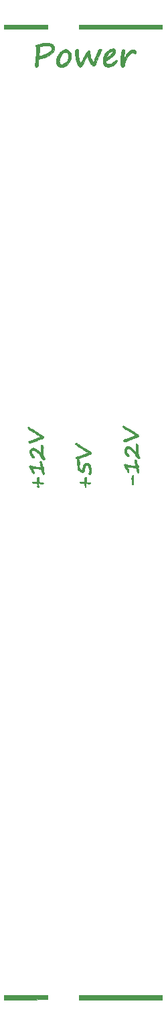
<source format=gbr>
G04 #@! TF.GenerationSoftware,KiCad,Pcbnew,(5.1.10)-1*
G04 #@! TF.CreationDate,2021-09-05T06:08:46+02:00*
G04 #@! TF.ProjectId,Power Module Front,506f7765-7220-44d6-9f64-756c65204672,rev?*
G04 #@! TF.SameCoordinates,Original*
G04 #@! TF.FileFunction,Legend,Top*
G04 #@! TF.FilePolarity,Positive*
%FSLAX46Y46*%
G04 Gerber Fmt 4.6, Leading zero omitted, Abs format (unit mm)*
G04 Created by KiCad (PCBNEW (5.1.10)-1) date 2021-09-05 06:08:46*
%MOMM*%
%LPD*%
G01*
G04 APERTURE LIST*
%ADD10C,0.010000*%
G04 APERTURE END LIST*
D10*
G04 #@! TO.C,G\u002A\u002A\u002A*
G36*
X20018889Y-3290000D02*
G01*
X9492000Y-3290000D01*
X9492000Y-2753778D01*
X20018889Y-2753778D01*
X20018889Y-3290000D01*
G37*
X20018889Y-3290000D02*
X9492000Y-3290000D01*
X9492000Y-2753778D01*
X20018889Y-2753778D01*
X20018889Y-3290000D01*
G36*
X2768056Y-2760695D02*
G01*
X5526778Y-2767889D01*
X5526778Y-3275889D01*
X2768056Y-3283084D01*
X9334Y-3290278D01*
X9334Y-2753500D01*
X2768056Y-2760695D01*
G37*
X2768056Y-2760695D02*
X5526778Y-2767889D01*
X5526778Y-3275889D01*
X2768056Y-3283084D01*
X9334Y-3290278D01*
X9334Y-2753500D01*
X2768056Y-2760695D01*
G36*
X13856970Y-5781292D02*
G01*
X13925879Y-5805631D01*
X13951887Y-5821650D01*
X14031466Y-5889483D01*
X14077378Y-5966148D01*
X14091101Y-6061757D01*
X14074115Y-6186426D01*
X14028786Y-6347515D01*
X13991727Y-6451490D01*
X13951294Y-6530033D01*
X13894898Y-6601649D01*
X13809949Y-6684843D01*
X13781841Y-6710463D01*
X13687167Y-6788686D01*
X13559389Y-6884003D01*
X13414215Y-6985165D01*
X13267355Y-7080923D01*
X13245556Y-7094494D01*
X13093336Y-7190844D01*
X12985544Y-7266850D01*
X12917204Y-7329461D01*
X12883340Y-7385631D01*
X12878975Y-7442311D01*
X12899132Y-7506452D01*
X12919894Y-7549416D01*
X12977749Y-7636528D01*
X13050250Y-7689903D01*
X13149813Y-7714761D01*
X13288855Y-7716323D01*
X13313460Y-7714898D01*
X13429303Y-7701605D01*
X13535020Y-7674078D01*
X13641439Y-7626873D01*
X13759384Y-7554544D01*
X13899684Y-7451648D01*
X14008581Y-7365320D01*
X14121785Y-7278565D01*
X14201681Y-7230127D01*
X14254448Y-7217990D01*
X14286266Y-7240139D01*
X14298347Y-7270833D01*
X14295378Y-7363356D01*
X14248545Y-7471776D01*
X14165350Y-7588586D01*
X14053296Y-7706284D01*
X13919885Y-7817365D01*
X13772619Y-7914325D01*
X13618999Y-7989660D01*
X13557257Y-8012122D01*
X13395648Y-8061207D01*
X13271663Y-8089413D01*
X13171180Y-8098404D01*
X13080077Y-8089844D01*
X13018928Y-8075583D01*
X12865106Y-8014895D01*
X12728984Y-7927073D01*
X12626182Y-7823291D01*
X12593245Y-7771063D01*
X12537350Y-7638038D01*
X12507594Y-7501453D01*
X12502942Y-7347458D01*
X12522356Y-7162201D01*
X12539891Y-7058264D01*
X12561458Y-6949677D01*
X12935111Y-6949677D01*
X12955795Y-6942945D01*
X13011178Y-6908937D01*
X13091255Y-6854839D01*
X13186022Y-6787836D01*
X13285473Y-6715114D01*
X13379604Y-6643859D01*
X13458411Y-6581256D01*
X13508027Y-6538191D01*
X13595061Y-6444170D01*
X13667478Y-6344294D01*
X13717717Y-6251368D01*
X13738215Y-6178200D01*
X13735152Y-6153547D01*
X13709540Y-6122983D01*
X13655446Y-6115924D01*
X13606199Y-6120770D01*
X13464170Y-6165506D01*
X13326731Y-6255554D01*
X13208840Y-6380743D01*
X13194683Y-6400588D01*
X13155860Y-6465110D01*
X13106699Y-6557824D01*
X13053826Y-6664717D01*
X13003864Y-6771774D01*
X12963438Y-6864984D01*
X12939172Y-6930333D01*
X12935111Y-6949677D01*
X12561458Y-6949677D01*
X12569357Y-6909913D01*
X12599472Y-6796505D01*
X12638072Y-6697000D01*
X12692991Y-6590355D01*
X12751674Y-6489557D01*
X12903279Y-6266013D01*
X13068015Y-6084669D01*
X13092763Y-6061846D01*
X13195060Y-5973938D01*
X13280083Y-5915286D01*
X13369114Y-5873921D01*
X13483436Y-5837876D01*
X13498420Y-5833736D01*
X13654740Y-5795038D01*
X13770424Y-5777659D01*
X13856970Y-5781292D01*
G37*
X13856970Y-5781292D02*
X13925879Y-5805631D01*
X13951887Y-5821650D01*
X14031466Y-5889483D01*
X14077378Y-5966148D01*
X14091101Y-6061757D01*
X14074115Y-6186426D01*
X14028786Y-6347515D01*
X13991727Y-6451490D01*
X13951294Y-6530033D01*
X13894898Y-6601649D01*
X13809949Y-6684843D01*
X13781841Y-6710463D01*
X13687167Y-6788686D01*
X13559389Y-6884003D01*
X13414215Y-6985165D01*
X13267355Y-7080923D01*
X13245556Y-7094494D01*
X13093336Y-7190844D01*
X12985544Y-7266850D01*
X12917204Y-7329461D01*
X12883340Y-7385631D01*
X12878975Y-7442311D01*
X12899132Y-7506452D01*
X12919894Y-7549416D01*
X12977749Y-7636528D01*
X13050250Y-7689903D01*
X13149813Y-7714761D01*
X13288855Y-7716323D01*
X13313460Y-7714898D01*
X13429303Y-7701605D01*
X13535020Y-7674078D01*
X13641439Y-7626873D01*
X13759384Y-7554544D01*
X13899684Y-7451648D01*
X14008581Y-7365320D01*
X14121785Y-7278565D01*
X14201681Y-7230127D01*
X14254448Y-7217990D01*
X14286266Y-7240139D01*
X14298347Y-7270833D01*
X14295378Y-7363356D01*
X14248545Y-7471776D01*
X14165350Y-7588586D01*
X14053296Y-7706284D01*
X13919885Y-7817365D01*
X13772619Y-7914325D01*
X13618999Y-7989660D01*
X13557257Y-8012122D01*
X13395648Y-8061207D01*
X13271663Y-8089413D01*
X13171180Y-8098404D01*
X13080077Y-8089844D01*
X13018928Y-8075583D01*
X12865106Y-8014895D01*
X12728984Y-7927073D01*
X12626182Y-7823291D01*
X12593245Y-7771063D01*
X12537350Y-7638038D01*
X12507594Y-7501453D01*
X12502942Y-7347458D01*
X12522356Y-7162201D01*
X12539891Y-7058264D01*
X12561458Y-6949677D01*
X12935111Y-6949677D01*
X12955795Y-6942945D01*
X13011178Y-6908937D01*
X13091255Y-6854839D01*
X13186022Y-6787836D01*
X13285473Y-6715114D01*
X13379604Y-6643859D01*
X13458411Y-6581256D01*
X13508027Y-6538191D01*
X13595061Y-6444170D01*
X13667478Y-6344294D01*
X13717717Y-6251368D01*
X13738215Y-6178200D01*
X13735152Y-6153547D01*
X13709540Y-6122983D01*
X13655446Y-6115924D01*
X13606199Y-6120770D01*
X13464170Y-6165506D01*
X13326731Y-6255554D01*
X13208840Y-6380743D01*
X13194683Y-6400588D01*
X13155860Y-6465110D01*
X13106699Y-6557824D01*
X13053826Y-6664717D01*
X13003864Y-6771774D01*
X12963438Y-6864984D01*
X12939172Y-6930333D01*
X12935111Y-6949677D01*
X12561458Y-6949677D01*
X12569357Y-6909913D01*
X12599472Y-6796505D01*
X12638072Y-6697000D01*
X12692991Y-6590355D01*
X12751674Y-6489557D01*
X12903279Y-6266013D01*
X13068015Y-6084669D01*
X13092763Y-6061846D01*
X13195060Y-5973938D01*
X13280083Y-5915286D01*
X13369114Y-5873921D01*
X13483436Y-5837876D01*
X13498420Y-5833736D01*
X13654740Y-5795038D01*
X13770424Y-5777659D01*
X13856970Y-5781292D01*
G36*
X15197149Y-5902759D02*
G01*
X15251353Y-5936693D01*
X15273125Y-5977074D01*
X15272622Y-6046269D01*
X15270803Y-6064941D01*
X15255412Y-6171207D01*
X15232533Y-6285984D01*
X15226825Y-6309778D01*
X15190045Y-6477766D01*
X15161690Y-6649499D01*
X15144115Y-6807204D01*
X15139676Y-6933108D01*
X15140929Y-6957974D01*
X15150556Y-7084058D01*
X15281708Y-6859196D01*
X15404495Y-6662830D01*
X15546783Y-6458029D01*
X15693720Y-6265293D01*
X15818964Y-6117656D01*
X15916668Y-6031051D01*
X16041126Y-5963158D01*
X16116361Y-5933534D01*
X16253931Y-5891131D01*
X16358675Y-5880199D01*
X16446032Y-5902946D01*
X16531445Y-5961579D01*
X16571715Y-5998662D01*
X16663630Y-6110572D01*
X16699901Y-6214103D01*
X16680640Y-6309669D01*
X16663226Y-6338000D01*
X16595630Y-6401699D01*
X16518024Y-6413994D01*
X16425201Y-6374839D01*
X16370805Y-6335433D01*
X16256406Y-6243500D01*
X16112703Y-6319795D01*
X15971035Y-6406357D01*
X15850710Y-6508449D01*
X15736528Y-6640396D01*
X15660388Y-6746055D01*
X15475100Y-7055949D01*
X15342293Y-7366672D01*
X15263673Y-7674201D01*
X15261695Y-7686282D01*
X15238538Y-7819057D01*
X15216317Y-7910223D01*
X15189788Y-7974276D01*
X15153706Y-8025710D01*
X15129217Y-8052500D01*
X15041219Y-8122875D01*
X14961514Y-8139088D01*
X14884004Y-8101556D01*
X14852086Y-8071415D01*
X14829376Y-8045593D01*
X14812199Y-8017695D01*
X14799627Y-7979754D01*
X14790733Y-7923804D01*
X14784590Y-7841879D01*
X14780269Y-7726011D01*
X14776843Y-7568234D01*
X14774037Y-7401137D01*
X14772249Y-7153849D01*
X14775089Y-6936215D01*
X14782317Y-6756310D01*
X14793696Y-6622209D01*
X14797902Y-6592000D01*
X14817876Y-6460455D01*
X14837104Y-6325051D01*
X14850431Y-6223006D01*
X14884302Y-6071195D01*
X14941716Y-5960164D01*
X15018397Y-5893861D01*
X15110072Y-5876234D01*
X15197149Y-5902759D01*
G37*
X15197149Y-5902759D02*
X15251353Y-5936693D01*
X15273125Y-5977074D01*
X15272622Y-6046269D01*
X15270803Y-6064941D01*
X15255412Y-6171207D01*
X15232533Y-6285984D01*
X15226825Y-6309778D01*
X15190045Y-6477766D01*
X15161690Y-6649499D01*
X15144115Y-6807204D01*
X15139676Y-6933108D01*
X15140929Y-6957974D01*
X15150556Y-7084058D01*
X15281708Y-6859196D01*
X15404495Y-6662830D01*
X15546783Y-6458029D01*
X15693720Y-6265293D01*
X15818964Y-6117656D01*
X15916668Y-6031051D01*
X16041126Y-5963158D01*
X16116361Y-5933534D01*
X16253931Y-5891131D01*
X16358675Y-5880199D01*
X16446032Y-5902946D01*
X16531445Y-5961579D01*
X16571715Y-5998662D01*
X16663630Y-6110572D01*
X16699901Y-6214103D01*
X16680640Y-6309669D01*
X16663226Y-6338000D01*
X16595630Y-6401699D01*
X16518024Y-6413994D01*
X16425201Y-6374839D01*
X16370805Y-6335433D01*
X16256406Y-6243500D01*
X16112703Y-6319795D01*
X15971035Y-6406357D01*
X15850710Y-6508449D01*
X15736528Y-6640396D01*
X15660388Y-6746055D01*
X15475100Y-7055949D01*
X15342293Y-7366672D01*
X15263673Y-7674201D01*
X15261695Y-7686282D01*
X15238538Y-7819057D01*
X15216317Y-7910223D01*
X15189788Y-7974276D01*
X15153706Y-8025710D01*
X15129217Y-8052500D01*
X15041219Y-8122875D01*
X14961514Y-8139088D01*
X14884004Y-8101556D01*
X14852086Y-8071415D01*
X14829376Y-8045593D01*
X14812199Y-8017695D01*
X14799627Y-7979754D01*
X14790733Y-7923804D01*
X14784590Y-7841879D01*
X14780269Y-7726011D01*
X14776843Y-7568234D01*
X14774037Y-7401137D01*
X14772249Y-7153849D01*
X14775089Y-6936215D01*
X14782317Y-6756310D01*
X14793696Y-6622209D01*
X14797902Y-6592000D01*
X14817876Y-6460455D01*
X14837104Y-6325051D01*
X14850431Y-6223006D01*
X14884302Y-6071195D01*
X14941716Y-5960164D01*
X15018397Y-5893861D01*
X15110072Y-5876234D01*
X15197149Y-5902759D01*
G36*
X12207358Y-5815254D02*
G01*
X12282202Y-5848760D01*
X12332342Y-5903100D01*
X12342445Y-5942227D01*
X12328380Y-5987110D01*
X12290181Y-6067892D01*
X12233840Y-6172741D01*
X12171834Y-6279129D01*
X12085072Y-6432430D01*
X12008591Y-6591020D01*
X11935253Y-6771142D01*
X11857916Y-6989040D01*
X11851820Y-7007164D01*
X11778571Y-7218883D01*
X11705740Y-7416981D01*
X11636277Y-7594370D01*
X11573133Y-7743963D01*
X11519256Y-7858673D01*
X11477598Y-7931414D01*
X11458071Y-7953092D01*
X11398427Y-7964180D01*
X11311574Y-7951283D01*
X11218731Y-7919412D01*
X11149780Y-7880284D01*
X11064729Y-7795236D01*
X10969915Y-7660495D01*
X10868458Y-7481322D01*
X10763474Y-7262980D01*
X10708441Y-7135509D01*
X10654980Y-7005195D01*
X10610507Y-6892896D01*
X10579109Y-6809223D01*
X10564873Y-6764790D01*
X10564445Y-6761565D01*
X10547660Y-6734838D01*
X10509281Y-6746499D01*
X10484349Y-6769937D01*
X10463288Y-6805101D01*
X10421314Y-6883078D01*
X10362477Y-6996058D01*
X10290826Y-7136227D01*
X10210408Y-7295775D01*
X10172599Y-7371488D01*
X10070232Y-7574255D01*
X9986946Y-7732205D01*
X9918766Y-7852044D01*
X9861719Y-7940475D01*
X9811832Y-8004206D01*
X9776292Y-8040218D01*
X9684894Y-8112277D01*
X9613242Y-8138883D01*
X9549173Y-8121144D01*
X9486473Y-8066611D01*
X9408652Y-7957466D01*
X9330199Y-7799212D01*
X9253257Y-7599116D01*
X9179969Y-7364445D01*
X9112480Y-7102467D01*
X9052933Y-6820449D01*
X9003471Y-6525657D01*
X8979975Y-6349415D01*
X8965022Y-6219877D01*
X8958229Y-6132834D01*
X8960692Y-6074781D01*
X8973508Y-6032214D01*
X8997775Y-5991627D01*
X9010514Y-5973511D01*
X9101469Y-5881597D01*
X9202052Y-5842726D01*
X9306106Y-5857923D01*
X9388732Y-5910589D01*
X9412618Y-5937523D01*
X9426247Y-5974739D01*
X9430873Y-6034510D01*
X9427749Y-6129108D01*
X9421196Y-6228586D01*
X9415503Y-6427512D01*
X9424168Y-6639831D01*
X9445374Y-6853738D01*
X9477304Y-7057429D01*
X9518140Y-7239100D01*
X9566066Y-7386947D01*
X9614115Y-7481860D01*
X9679965Y-7578766D01*
X9752016Y-7501661D01*
X9788716Y-7450876D01*
X9844202Y-7359659D01*
X9912592Y-7238346D01*
X9988004Y-7097272D01*
X10041100Y-6993726D01*
X10138723Y-6806297D01*
X10240352Y-6622454D01*
X10341701Y-6448921D01*
X10438487Y-6292420D01*
X10526424Y-6159674D01*
X10601228Y-6057408D01*
X10658613Y-5992343D01*
X10692826Y-5971111D01*
X10754152Y-5977694D01*
X10796877Y-6003435D01*
X10825419Y-6057328D01*
X10844200Y-6148364D01*
X10857637Y-6285534D01*
X10859423Y-6310042D01*
X10874024Y-6457022D01*
X10895823Y-6606921D01*
X10921018Y-6735199D01*
X10931639Y-6776514D01*
X10975132Y-6907425D01*
X11030856Y-7044578D01*
X11093390Y-7177740D01*
X11157311Y-7296675D01*
X11217197Y-7391148D01*
X11267625Y-7450926D01*
X11297400Y-7466889D01*
X11323803Y-7443687D01*
X11360963Y-7386435D01*
X11399109Y-7313663D01*
X11428471Y-7243901D01*
X11439334Y-7197678D01*
X11449418Y-7157737D01*
X11477648Y-7073779D01*
X11520986Y-6954109D01*
X11576395Y-6807029D01*
X11640838Y-6640842D01*
X11670194Y-6566521D01*
X11758530Y-6348122D01*
X11832124Y-6177038D01*
X11894647Y-6047227D01*
X11949771Y-5952647D01*
X12001166Y-5887258D01*
X12052506Y-5845017D01*
X12107460Y-5819882D01*
X12127367Y-5814223D01*
X12207358Y-5815254D01*
G37*
X12207358Y-5815254D02*
X12282202Y-5848760D01*
X12332342Y-5903100D01*
X12342445Y-5942227D01*
X12328380Y-5987110D01*
X12290181Y-6067892D01*
X12233840Y-6172741D01*
X12171834Y-6279129D01*
X12085072Y-6432430D01*
X12008591Y-6591020D01*
X11935253Y-6771142D01*
X11857916Y-6989040D01*
X11851820Y-7007164D01*
X11778571Y-7218883D01*
X11705740Y-7416981D01*
X11636277Y-7594370D01*
X11573133Y-7743963D01*
X11519256Y-7858673D01*
X11477598Y-7931414D01*
X11458071Y-7953092D01*
X11398427Y-7964180D01*
X11311574Y-7951283D01*
X11218731Y-7919412D01*
X11149780Y-7880284D01*
X11064729Y-7795236D01*
X10969915Y-7660495D01*
X10868458Y-7481322D01*
X10763474Y-7262980D01*
X10708441Y-7135509D01*
X10654980Y-7005195D01*
X10610507Y-6892896D01*
X10579109Y-6809223D01*
X10564873Y-6764790D01*
X10564445Y-6761565D01*
X10547660Y-6734838D01*
X10509281Y-6746499D01*
X10484349Y-6769937D01*
X10463288Y-6805101D01*
X10421314Y-6883078D01*
X10362477Y-6996058D01*
X10290826Y-7136227D01*
X10210408Y-7295775D01*
X10172599Y-7371488D01*
X10070232Y-7574255D01*
X9986946Y-7732205D01*
X9918766Y-7852044D01*
X9861719Y-7940475D01*
X9811832Y-8004206D01*
X9776292Y-8040218D01*
X9684894Y-8112277D01*
X9613242Y-8138883D01*
X9549173Y-8121144D01*
X9486473Y-8066611D01*
X9408652Y-7957466D01*
X9330199Y-7799212D01*
X9253257Y-7599116D01*
X9179969Y-7364445D01*
X9112480Y-7102467D01*
X9052933Y-6820449D01*
X9003471Y-6525657D01*
X8979975Y-6349415D01*
X8965022Y-6219877D01*
X8958229Y-6132834D01*
X8960692Y-6074781D01*
X8973508Y-6032214D01*
X8997775Y-5991627D01*
X9010514Y-5973511D01*
X9101469Y-5881597D01*
X9202052Y-5842726D01*
X9306106Y-5857923D01*
X9388732Y-5910589D01*
X9412618Y-5937523D01*
X9426247Y-5974739D01*
X9430873Y-6034510D01*
X9427749Y-6129108D01*
X9421196Y-6228586D01*
X9415503Y-6427512D01*
X9424168Y-6639831D01*
X9445374Y-6853738D01*
X9477304Y-7057429D01*
X9518140Y-7239100D01*
X9566066Y-7386947D01*
X9614115Y-7481860D01*
X9679965Y-7578766D01*
X9752016Y-7501661D01*
X9788716Y-7450876D01*
X9844202Y-7359659D01*
X9912592Y-7238346D01*
X9988004Y-7097272D01*
X10041100Y-6993726D01*
X10138723Y-6806297D01*
X10240352Y-6622454D01*
X10341701Y-6448921D01*
X10438487Y-6292420D01*
X10526424Y-6159674D01*
X10601228Y-6057408D01*
X10658613Y-5992343D01*
X10692826Y-5971111D01*
X10754152Y-5977694D01*
X10796877Y-6003435D01*
X10825419Y-6057328D01*
X10844200Y-6148364D01*
X10857637Y-6285534D01*
X10859423Y-6310042D01*
X10874024Y-6457022D01*
X10895823Y-6606921D01*
X10921018Y-6735199D01*
X10931639Y-6776514D01*
X10975132Y-6907425D01*
X11030856Y-7044578D01*
X11093390Y-7177740D01*
X11157311Y-7296675D01*
X11217197Y-7391148D01*
X11267625Y-7450926D01*
X11297400Y-7466889D01*
X11323803Y-7443687D01*
X11360963Y-7386435D01*
X11399109Y-7313663D01*
X11428471Y-7243901D01*
X11439334Y-7197678D01*
X11449418Y-7157737D01*
X11477648Y-7073779D01*
X11520986Y-6954109D01*
X11576395Y-6807029D01*
X11640838Y-6640842D01*
X11670194Y-6566521D01*
X11758530Y-6348122D01*
X11832124Y-6177038D01*
X11894647Y-6047227D01*
X11949771Y-5952647D01*
X12001166Y-5887258D01*
X12052506Y-5845017D01*
X12107460Y-5819882D01*
X12127367Y-5814223D01*
X12207358Y-5815254D01*
G36*
X7985406Y-5926937D02*
G01*
X8180954Y-6021750D01*
X8329973Y-6146993D01*
X8431445Y-6301782D01*
X8441034Y-6323889D01*
X8489212Y-6461851D01*
X8512324Y-6590763D01*
X8510821Y-6727476D01*
X8485153Y-6888838D01*
X8459157Y-7001223D01*
X8418018Y-7151743D01*
X8374404Y-7270205D01*
X8317745Y-7380407D01*
X8237467Y-7506150D01*
X8229895Y-7517319D01*
X8047985Y-7744776D01*
X7847519Y-7919132D01*
X7628010Y-8040761D01*
X7480872Y-8090184D01*
X7363420Y-8119646D01*
X7281690Y-8134981D01*
X7216949Y-8136924D01*
X7150466Y-8126210D01*
X7073009Y-8106174D01*
X6936778Y-8041805D01*
X6813793Y-7933408D01*
X6712643Y-7793205D01*
X6641916Y-7633419D01*
X6610200Y-7466273D01*
X6609426Y-7446401D01*
X6612261Y-7387231D01*
X6994892Y-7387231D01*
X7009957Y-7505901D01*
X7049137Y-7617366D01*
X7106630Y-7713304D01*
X7172426Y-7780454D01*
X7236142Y-7805556D01*
X7285156Y-7796053D01*
X7369120Y-7771051D01*
X7470499Y-7735808D01*
X7477807Y-7733089D01*
X7665431Y-7640303D01*
X7824109Y-7510086D01*
X7962120Y-7334918D01*
X8018063Y-7242320D01*
X8069619Y-7144872D01*
X8101627Y-7063118D01*
X8119796Y-6975502D01*
X8129831Y-6860471D01*
X8132453Y-6810258D01*
X8131191Y-6622111D01*
X8105287Y-6478125D01*
X8052088Y-6370479D01*
X7968945Y-6291349D01*
X7953110Y-6281074D01*
X7831519Y-6235672D01*
X7690072Y-6228803D01*
X7550571Y-6260917D01*
X7524401Y-6272257D01*
X7407288Y-6354732D01*
X7295962Y-6482080D01*
X7195244Y-6642740D01*
X7109956Y-6825147D01*
X7044920Y-7017740D01*
X7004958Y-7208956D01*
X6994892Y-7387231D01*
X6612261Y-7387231D01*
X6613871Y-7353656D01*
X6628286Y-7229701D01*
X6649783Y-7098288D01*
X6654965Y-7071778D01*
X6687162Y-6936019D01*
X6727978Y-6821083D01*
X6786997Y-6703927D01*
X6854459Y-6592000D01*
X6944170Y-6461690D01*
X7050370Y-6325412D01*
X7154119Y-6207056D01*
X7183357Y-6177212D01*
X7281269Y-6085537D01*
X7363497Y-6023717D01*
X7451164Y-5978817D01*
X7565397Y-5937900D01*
X7583664Y-5932084D01*
X7806106Y-5861855D01*
X7985406Y-5926937D01*
G37*
X7985406Y-5926937D02*
X8180954Y-6021750D01*
X8329973Y-6146993D01*
X8431445Y-6301782D01*
X8441034Y-6323889D01*
X8489212Y-6461851D01*
X8512324Y-6590763D01*
X8510821Y-6727476D01*
X8485153Y-6888838D01*
X8459157Y-7001223D01*
X8418018Y-7151743D01*
X8374404Y-7270205D01*
X8317745Y-7380407D01*
X8237467Y-7506150D01*
X8229895Y-7517319D01*
X8047985Y-7744776D01*
X7847519Y-7919132D01*
X7628010Y-8040761D01*
X7480872Y-8090184D01*
X7363420Y-8119646D01*
X7281690Y-8134981D01*
X7216949Y-8136924D01*
X7150466Y-8126210D01*
X7073009Y-8106174D01*
X6936778Y-8041805D01*
X6813793Y-7933408D01*
X6712643Y-7793205D01*
X6641916Y-7633419D01*
X6610200Y-7466273D01*
X6609426Y-7446401D01*
X6612261Y-7387231D01*
X6994892Y-7387231D01*
X7009957Y-7505901D01*
X7049137Y-7617366D01*
X7106630Y-7713304D01*
X7172426Y-7780454D01*
X7236142Y-7805556D01*
X7285156Y-7796053D01*
X7369120Y-7771051D01*
X7470499Y-7735808D01*
X7477807Y-7733089D01*
X7665431Y-7640303D01*
X7824109Y-7510086D01*
X7962120Y-7334918D01*
X8018063Y-7242320D01*
X8069619Y-7144872D01*
X8101627Y-7063118D01*
X8119796Y-6975502D01*
X8129831Y-6860471D01*
X8132453Y-6810258D01*
X8131191Y-6622111D01*
X8105287Y-6478125D01*
X8052088Y-6370479D01*
X7968945Y-6291349D01*
X7953110Y-6281074D01*
X7831519Y-6235672D01*
X7690072Y-6228803D01*
X7550571Y-6260917D01*
X7524401Y-6272257D01*
X7407288Y-6354732D01*
X7295962Y-6482080D01*
X7195244Y-6642740D01*
X7109956Y-6825147D01*
X7044920Y-7017740D01*
X7004958Y-7208956D01*
X6994892Y-7387231D01*
X6612261Y-7387231D01*
X6613871Y-7353656D01*
X6628286Y-7229701D01*
X6649783Y-7098288D01*
X6654965Y-7071778D01*
X6687162Y-6936019D01*
X6727978Y-6821083D01*
X6786997Y-6703927D01*
X6854459Y-6592000D01*
X6944170Y-6461690D01*
X7050370Y-6325412D01*
X7154119Y-6207056D01*
X7183357Y-6177212D01*
X7281269Y-6085537D01*
X7363497Y-6023717D01*
X7451164Y-5978817D01*
X7565397Y-5937900D01*
X7583664Y-5932084D01*
X7806106Y-5861855D01*
X7985406Y-5926937D01*
G36*
X5659202Y-5085522D02*
G01*
X5858855Y-5124375D01*
X5868345Y-5127136D01*
X5987723Y-5166953D01*
X6074471Y-5210495D01*
X6151499Y-5271544D01*
X6215780Y-5336168D01*
X6319559Y-5459171D01*
X6378399Y-5569308D01*
X6395886Y-5682539D01*
X6375612Y-5814823D01*
X6345612Y-5913520D01*
X6243156Y-6132941D01*
X6091926Y-6329580D01*
X5889709Y-6506105D01*
X5806293Y-6563751D01*
X5576310Y-6695276D01*
X5311942Y-6815636D01*
X5035204Y-6915869D01*
X4768112Y-6987013D01*
X4764778Y-6987712D01*
X4602509Y-7026211D01*
X4474477Y-7066079D01*
X4388209Y-7104611D01*
X4352488Y-7135929D01*
X4350315Y-7164815D01*
X4346338Y-7240273D01*
X4341032Y-7352475D01*
X4334869Y-7491593D01*
X4331322Y-7575174D01*
X4324145Y-7740053D01*
X4317383Y-7858170D01*
X4309162Y-7939158D01*
X4297612Y-7992652D01*
X4280863Y-8028288D01*
X4257042Y-8055699D01*
X4234038Y-8076118D01*
X4148879Y-8128091D01*
X4066715Y-8142593D01*
X4003415Y-8117440D01*
X3995577Y-8108945D01*
X3970389Y-8073438D01*
X3951226Y-8033395D01*
X3938217Y-7982949D01*
X3931494Y-7916233D01*
X3931187Y-7827383D01*
X3937425Y-7710531D01*
X3950340Y-7559811D01*
X3970062Y-7369358D01*
X3996721Y-7133304D01*
X4022085Y-6916556D01*
X4046602Y-6700099D01*
X4052533Y-6643291D01*
X4411597Y-6643291D01*
X4422761Y-6691127D01*
X4461197Y-6694678D01*
X4461389Y-6694624D01*
X4514873Y-6681719D01*
X4602348Y-6662835D01*
X4680111Y-6647010D01*
X4894883Y-6593211D01*
X5120997Y-6516949D01*
X5344778Y-6424369D01*
X5552547Y-6321615D01*
X5730630Y-6214833D01*
X5856190Y-6118588D01*
X5946744Y-6008815D01*
X6002151Y-5882687D01*
X6022055Y-5752259D01*
X6006097Y-5629587D01*
X5953921Y-5526724D01*
X5875690Y-5461043D01*
X5819725Y-5441087D01*
X5727573Y-5418008D01*
X5618915Y-5396719D01*
X5616082Y-5396239D01*
X5412180Y-5381033D01*
X5173072Y-5396106D01*
X4910411Y-5440271D01*
X4719865Y-5487554D01*
X4539000Y-5538306D01*
X4518932Y-5662986D01*
X4506726Y-5748198D01*
X4491460Y-5868522D01*
X4474498Y-6011518D01*
X4457200Y-6164746D01*
X4440930Y-6315766D01*
X4427048Y-6452140D01*
X4416917Y-6561426D01*
X4411899Y-6631185D01*
X4411597Y-6643291D01*
X4052533Y-6643291D01*
X4068717Y-6488292D01*
X4087463Y-6291743D01*
X4101873Y-6121056D01*
X4110982Y-5986840D01*
X4113828Y-5909959D01*
X4113088Y-5787513D01*
X4106720Y-5706874D01*
X4091849Y-5653475D01*
X4065596Y-5612745D01*
X4052167Y-5597696D01*
X4006860Y-5526793D01*
X3988667Y-5454887D01*
X3996115Y-5406769D01*
X4023622Y-5365835D01*
X4078934Y-5327332D01*
X4169798Y-5286507D01*
X4303958Y-5238606D01*
X4383778Y-5212424D01*
X4629839Y-5146863D01*
X4894205Y-5100599D01*
X5163083Y-5074426D01*
X5422680Y-5069136D01*
X5659202Y-5085522D01*
G37*
X5659202Y-5085522D02*
X5858855Y-5124375D01*
X5868345Y-5127136D01*
X5987723Y-5166953D01*
X6074471Y-5210495D01*
X6151499Y-5271544D01*
X6215780Y-5336168D01*
X6319559Y-5459171D01*
X6378399Y-5569308D01*
X6395886Y-5682539D01*
X6375612Y-5814823D01*
X6345612Y-5913520D01*
X6243156Y-6132941D01*
X6091926Y-6329580D01*
X5889709Y-6506105D01*
X5806293Y-6563751D01*
X5576310Y-6695276D01*
X5311942Y-6815636D01*
X5035204Y-6915869D01*
X4768112Y-6987013D01*
X4764778Y-6987712D01*
X4602509Y-7026211D01*
X4474477Y-7066079D01*
X4388209Y-7104611D01*
X4352488Y-7135929D01*
X4350315Y-7164815D01*
X4346338Y-7240273D01*
X4341032Y-7352475D01*
X4334869Y-7491593D01*
X4331322Y-7575174D01*
X4324145Y-7740053D01*
X4317383Y-7858170D01*
X4309162Y-7939158D01*
X4297612Y-7992652D01*
X4280863Y-8028288D01*
X4257042Y-8055699D01*
X4234038Y-8076118D01*
X4148879Y-8128091D01*
X4066715Y-8142593D01*
X4003415Y-8117440D01*
X3995577Y-8108945D01*
X3970389Y-8073438D01*
X3951226Y-8033395D01*
X3938217Y-7982949D01*
X3931494Y-7916233D01*
X3931187Y-7827383D01*
X3937425Y-7710531D01*
X3950340Y-7559811D01*
X3970062Y-7369358D01*
X3996721Y-7133304D01*
X4022085Y-6916556D01*
X4046602Y-6700099D01*
X4052533Y-6643291D01*
X4411597Y-6643291D01*
X4422761Y-6691127D01*
X4461197Y-6694678D01*
X4461389Y-6694624D01*
X4514873Y-6681719D01*
X4602348Y-6662835D01*
X4680111Y-6647010D01*
X4894883Y-6593211D01*
X5120997Y-6516949D01*
X5344778Y-6424369D01*
X5552547Y-6321615D01*
X5730630Y-6214833D01*
X5856190Y-6118588D01*
X5946744Y-6008815D01*
X6002151Y-5882687D01*
X6022055Y-5752259D01*
X6006097Y-5629587D01*
X5953921Y-5526724D01*
X5875690Y-5461043D01*
X5819725Y-5441087D01*
X5727573Y-5418008D01*
X5618915Y-5396719D01*
X5616082Y-5396239D01*
X5412180Y-5381033D01*
X5173072Y-5396106D01*
X4910411Y-5440271D01*
X4719865Y-5487554D01*
X4539000Y-5538306D01*
X4518932Y-5662986D01*
X4506726Y-5748198D01*
X4491460Y-5868522D01*
X4474498Y-6011518D01*
X4457200Y-6164746D01*
X4440930Y-6315766D01*
X4427048Y-6452140D01*
X4416917Y-6561426D01*
X4411899Y-6631185D01*
X4411597Y-6643291D01*
X4052533Y-6643291D01*
X4068717Y-6488292D01*
X4087463Y-6291743D01*
X4101873Y-6121056D01*
X4110982Y-5986840D01*
X4113828Y-5909959D01*
X4113088Y-5787513D01*
X4106720Y-5706874D01*
X4091849Y-5653475D01*
X4065596Y-5612745D01*
X4052167Y-5597696D01*
X4006860Y-5526793D01*
X3988667Y-5454887D01*
X3996115Y-5406769D01*
X4023622Y-5365835D01*
X4078934Y-5327332D01*
X4169798Y-5286507D01*
X4303958Y-5238606D01*
X4383778Y-5212424D01*
X4629839Y-5146863D01*
X4894205Y-5100599D01*
X5163083Y-5074426D01*
X5422680Y-5069136D01*
X5659202Y-5085522D01*
G36*
X15142636Y-53386839D02*
G01*
X15233636Y-53430824D01*
X15359230Y-53507067D01*
X15433786Y-53555750D01*
X15578234Y-53648972D01*
X15750998Y-53756651D01*
X15931038Y-53865863D01*
X16097311Y-53963684D01*
X16107280Y-53969420D01*
X16247571Y-54050839D01*
X16379952Y-54129163D01*
X16492134Y-54197020D01*
X16571828Y-54247033D01*
X16589889Y-54259038D01*
X16690785Y-54323030D01*
X16800216Y-54385390D01*
X16824857Y-54398245D01*
X16920492Y-54463885D01*
X16984781Y-54542124D01*
X17012067Y-54621572D01*
X16996691Y-54690837D01*
X16980060Y-54710681D01*
X16929511Y-54741885D01*
X16836743Y-54784906D01*
X16713527Y-54835089D01*
X16571631Y-54887780D01*
X16422825Y-54938325D01*
X16335889Y-54965453D01*
X16254379Y-54993531D01*
X16143677Y-55036276D01*
X16026006Y-55085064D01*
X16011334Y-55091410D01*
X15786244Y-55188591D01*
X15599014Y-55267927D01*
X15452769Y-55328141D01*
X15350637Y-55367952D01*
X15295745Y-55386081D01*
X15288627Y-55387093D01*
X15247934Y-55373880D01*
X15185834Y-55343858D01*
X15121702Y-55285808D01*
X15108222Y-55232673D01*
X15129120Y-55175781D01*
X15194211Y-55121439D01*
X15307097Y-55067655D01*
X15471376Y-55012439D01*
X15544005Y-54991769D01*
X15629308Y-54965059D01*
X15750948Y-54922643D01*
X15897194Y-54869061D01*
X16056318Y-54808849D01*
X16216588Y-54746546D01*
X16366275Y-54686688D01*
X16493649Y-54633814D01*
X16586981Y-54592461D01*
X16623076Y-54574336D01*
X16610840Y-54554946D01*
X16556970Y-54512220D01*
X16468873Y-54450767D01*
X16353952Y-54375198D01*
X16219615Y-54290126D01*
X16073266Y-54200161D01*
X15922311Y-54109914D01*
X15774156Y-54023997D01*
X15636205Y-53947020D01*
X15515866Y-53883594D01*
X15504792Y-53878027D01*
X15385405Y-53811382D01*
X15264185Y-53732076D01*
X15154797Y-53650203D01*
X15070906Y-53575855D01*
X15031069Y-53528146D01*
X15009842Y-53466484D01*
X15012509Y-53428968D01*
X15038542Y-53387858D01*
X15079761Y-53373166D01*
X15142636Y-53386839D01*
G37*
X15142636Y-53386839D02*
X15233636Y-53430824D01*
X15359230Y-53507067D01*
X15433786Y-53555750D01*
X15578234Y-53648972D01*
X15750998Y-53756651D01*
X15931038Y-53865863D01*
X16097311Y-53963684D01*
X16107280Y-53969420D01*
X16247571Y-54050839D01*
X16379952Y-54129163D01*
X16492134Y-54197020D01*
X16571828Y-54247033D01*
X16589889Y-54259038D01*
X16690785Y-54323030D01*
X16800216Y-54385390D01*
X16824857Y-54398245D01*
X16920492Y-54463885D01*
X16984781Y-54542124D01*
X17012067Y-54621572D01*
X16996691Y-54690837D01*
X16980060Y-54710681D01*
X16929511Y-54741885D01*
X16836743Y-54784906D01*
X16713527Y-54835089D01*
X16571631Y-54887780D01*
X16422825Y-54938325D01*
X16335889Y-54965453D01*
X16254379Y-54993531D01*
X16143677Y-55036276D01*
X16026006Y-55085064D01*
X16011334Y-55091410D01*
X15786244Y-55188591D01*
X15599014Y-55267927D01*
X15452769Y-55328141D01*
X15350637Y-55367952D01*
X15295745Y-55386081D01*
X15288627Y-55387093D01*
X15247934Y-55373880D01*
X15185834Y-55343858D01*
X15121702Y-55285808D01*
X15108222Y-55232673D01*
X15129120Y-55175781D01*
X15194211Y-55121439D01*
X15307097Y-55067655D01*
X15471376Y-55012439D01*
X15544005Y-54991769D01*
X15629308Y-54965059D01*
X15750948Y-54922643D01*
X15897194Y-54869061D01*
X16056318Y-54808849D01*
X16216588Y-54746546D01*
X16366275Y-54686688D01*
X16493649Y-54633814D01*
X16586981Y-54592461D01*
X16623076Y-54574336D01*
X16610840Y-54554946D01*
X16556970Y-54512220D01*
X16468873Y-54450767D01*
X16353952Y-54375198D01*
X16219615Y-54290126D01*
X16073266Y-54200161D01*
X15922311Y-54109914D01*
X15774156Y-54023997D01*
X15636205Y-53947020D01*
X15515866Y-53883594D01*
X15504792Y-53878027D01*
X15385405Y-53811382D01*
X15264185Y-53732076D01*
X15154797Y-53650203D01*
X15070906Y-53575855D01*
X15031069Y-53528146D01*
X15009842Y-53466484D01*
X15012509Y-53428968D01*
X15038542Y-53387858D01*
X15079761Y-53373166D01*
X15142636Y-53386839D01*
G36*
X3142896Y-53540211D02*
G01*
X3209846Y-53580504D01*
X3306138Y-53640923D01*
X3422907Y-53715960D01*
X3472930Y-53748551D01*
X3625230Y-53846855D01*
X3806047Y-53961542D01*
X3995427Y-54080065D01*
X4173419Y-54189880D01*
X4218782Y-54217531D01*
X4369231Y-54309070D01*
X4517160Y-54399313D01*
X4649619Y-54480343D01*
X4753656Y-54544244D01*
X4793000Y-54568556D01*
X4902927Y-54647922D01*
X4981385Y-54727341D01*
X5021861Y-54798604D01*
X5018376Y-54852651D01*
X4974703Y-54889443D01*
X4887236Y-54937380D01*
X4766345Y-54991725D01*
X4622401Y-55047745D01*
X4496667Y-55090889D01*
X4358187Y-55138231D01*
X4212725Y-55192177D01*
X4088641Y-55242149D01*
X4073334Y-55248776D01*
X3979320Y-55288813D01*
X3861824Y-55337094D01*
X3731921Y-55389285D01*
X3600685Y-55441049D01*
X3479193Y-55488054D01*
X3378518Y-55525962D01*
X3309736Y-55550440D01*
X3284740Y-55557450D01*
X3252719Y-55544014D01*
X3192930Y-55510803D01*
X3175354Y-55500251D01*
X3107539Y-55441693D01*
X3094785Y-55384868D01*
X3137196Y-55333724D01*
X3170422Y-55315374D01*
X3229076Y-55291949D01*
X3324292Y-55257702D01*
X3438797Y-55218777D01*
X3480667Y-55205044D01*
X3580971Y-55170263D01*
X3709751Y-55122336D01*
X3857472Y-55065171D01*
X4014596Y-55002674D01*
X4171586Y-54938751D01*
X4318907Y-54877309D01*
X4447021Y-54822253D01*
X4546392Y-54777491D01*
X4607483Y-54746927D01*
X4620905Y-54737993D01*
X4616910Y-54711407D01*
X4568804Y-54679899D01*
X4564460Y-54677966D01*
X4506318Y-54647319D01*
X4415937Y-54593584D01*
X4307702Y-54525489D01*
X4236813Y-54479139D01*
X4108022Y-54396945D01*
X3951222Y-54301839D01*
X3788460Y-54206987D01*
X3672368Y-54142094D01*
X3442129Y-54011195D01*
X3263279Y-53897489D01*
X3133903Y-53799608D01*
X3052087Y-53716180D01*
X3029880Y-53682251D01*
X3004423Y-53625169D01*
X3011943Y-53591203D01*
X3042329Y-53565052D01*
X3091212Y-53534217D01*
X3114153Y-53525556D01*
X3142896Y-53540211D01*
G37*
X3142896Y-53540211D02*
X3209846Y-53580504D01*
X3306138Y-53640923D01*
X3422907Y-53715960D01*
X3472930Y-53748551D01*
X3625230Y-53846855D01*
X3806047Y-53961542D01*
X3995427Y-54080065D01*
X4173419Y-54189880D01*
X4218782Y-54217531D01*
X4369231Y-54309070D01*
X4517160Y-54399313D01*
X4649619Y-54480343D01*
X4753656Y-54544244D01*
X4793000Y-54568556D01*
X4902927Y-54647922D01*
X4981385Y-54727341D01*
X5021861Y-54798604D01*
X5018376Y-54852651D01*
X4974703Y-54889443D01*
X4887236Y-54937380D01*
X4766345Y-54991725D01*
X4622401Y-55047745D01*
X4496667Y-55090889D01*
X4358187Y-55138231D01*
X4212725Y-55192177D01*
X4088641Y-55242149D01*
X4073334Y-55248776D01*
X3979320Y-55288813D01*
X3861824Y-55337094D01*
X3731921Y-55389285D01*
X3600685Y-55441049D01*
X3479193Y-55488054D01*
X3378518Y-55525962D01*
X3309736Y-55550440D01*
X3284740Y-55557450D01*
X3252719Y-55544014D01*
X3192930Y-55510803D01*
X3175354Y-55500251D01*
X3107539Y-55441693D01*
X3094785Y-55384868D01*
X3137196Y-55333724D01*
X3170422Y-55315374D01*
X3229076Y-55291949D01*
X3324292Y-55257702D01*
X3438797Y-55218777D01*
X3480667Y-55205044D01*
X3580971Y-55170263D01*
X3709751Y-55122336D01*
X3857472Y-55065171D01*
X4014596Y-55002674D01*
X4171586Y-54938751D01*
X4318907Y-54877309D01*
X4447021Y-54822253D01*
X4546392Y-54777491D01*
X4607483Y-54746927D01*
X4620905Y-54737993D01*
X4616910Y-54711407D01*
X4568804Y-54679899D01*
X4564460Y-54677966D01*
X4506318Y-54647319D01*
X4415937Y-54593584D01*
X4307702Y-54525489D01*
X4236813Y-54479139D01*
X4108022Y-54396945D01*
X3951222Y-54301839D01*
X3788460Y-54206987D01*
X3672368Y-54142094D01*
X3442129Y-54011195D01*
X3263279Y-53897489D01*
X3133903Y-53799608D01*
X3052087Y-53716180D01*
X3029880Y-53682251D01*
X3004423Y-53625169D01*
X3011943Y-53591203D01*
X3042329Y-53565052D01*
X3091212Y-53534217D01*
X3114153Y-53525556D01*
X3142896Y-53540211D01*
G36*
X16812389Y-55630670D02*
G01*
X16878138Y-55681668D01*
X16928426Y-55765005D01*
X16957159Y-55868675D01*
X16958244Y-55980673D01*
X16946463Y-56036219D01*
X16932929Y-56108126D01*
X16921337Y-56218185D01*
X16913374Y-56348103D01*
X16911210Y-56418334D01*
X16917191Y-56650108D01*
X16943303Y-56855330D01*
X16987753Y-57026023D01*
X17048750Y-57154207D01*
X17087345Y-57202354D01*
X17150975Y-57290278D01*
X17168445Y-57380060D01*
X17167096Y-57432846D01*
X17154740Y-57461196D01*
X17118916Y-57470141D01*
X17047159Y-57464710D01*
X16979393Y-57456359D01*
X16884321Y-57417471D01*
X16786339Y-57326545D01*
X16689252Y-57187585D01*
X16642404Y-57101681D01*
X16587161Y-57010843D01*
X16502673Y-56893491D01*
X16399638Y-56762465D01*
X16288749Y-56630608D01*
X16180702Y-56510761D01*
X16086193Y-56415768D01*
X16033803Y-56370924D01*
X15893313Y-56286613D01*
X15763063Y-56250945D01*
X15648323Y-56264113D01*
X15554363Y-56326313D01*
X15532547Y-56352473D01*
X15492347Y-56421844D01*
X15483146Y-56493927D01*
X15490323Y-56554190D01*
X15512344Y-56655878D01*
X15546345Y-56737707D01*
X15603023Y-56819832D01*
X15675717Y-56903499D01*
X15751668Y-57000724D01*
X15798288Y-57089827D01*
X15811032Y-57159889D01*
X15796189Y-57192867D01*
X15717533Y-57231955D01*
X15631710Y-57227215D01*
X15568416Y-57186825D01*
X15462501Y-57048815D01*
X15363777Y-56884471D01*
X15285719Y-56717903D01*
X15253299Y-56622967D01*
X15226821Y-56517620D01*
X15218012Y-56444158D01*
X15225972Y-56381164D01*
X15241066Y-56331753D01*
X15310159Y-56202812D01*
X15418622Y-56081911D01*
X15550209Y-55986721D01*
X15566073Y-55978230D01*
X15671146Y-55924074D01*
X15862406Y-56000203D01*
X15968141Y-56048138D01*
X16061871Y-56106403D01*
X16159773Y-56186556D01*
X16267535Y-56289667D01*
X16370386Y-56394292D01*
X16470934Y-56500045D01*
X16554297Y-56591123D01*
X16588071Y-56630000D01*
X16694739Y-56757000D01*
X16682725Y-56198861D01*
X16670711Y-55640721D01*
X16737270Y-55624016D01*
X16812389Y-55630670D01*
G37*
X16812389Y-55630670D02*
X16878138Y-55681668D01*
X16928426Y-55765005D01*
X16957159Y-55868675D01*
X16958244Y-55980673D01*
X16946463Y-56036219D01*
X16932929Y-56108126D01*
X16921337Y-56218185D01*
X16913374Y-56348103D01*
X16911210Y-56418334D01*
X16917191Y-56650108D01*
X16943303Y-56855330D01*
X16987753Y-57026023D01*
X17048750Y-57154207D01*
X17087345Y-57202354D01*
X17150975Y-57290278D01*
X17168445Y-57380060D01*
X17167096Y-57432846D01*
X17154740Y-57461196D01*
X17118916Y-57470141D01*
X17047159Y-57464710D01*
X16979393Y-57456359D01*
X16884321Y-57417471D01*
X16786339Y-57326545D01*
X16689252Y-57187585D01*
X16642404Y-57101681D01*
X16587161Y-57010843D01*
X16502673Y-56893491D01*
X16399638Y-56762465D01*
X16288749Y-56630608D01*
X16180702Y-56510761D01*
X16086193Y-56415768D01*
X16033803Y-56370924D01*
X15893313Y-56286613D01*
X15763063Y-56250945D01*
X15648323Y-56264113D01*
X15554363Y-56326313D01*
X15532547Y-56352473D01*
X15492347Y-56421844D01*
X15483146Y-56493927D01*
X15490323Y-56554190D01*
X15512344Y-56655878D01*
X15546345Y-56737707D01*
X15603023Y-56819832D01*
X15675717Y-56903499D01*
X15751668Y-57000724D01*
X15798288Y-57089827D01*
X15811032Y-57159889D01*
X15796189Y-57192867D01*
X15717533Y-57231955D01*
X15631710Y-57227215D01*
X15568416Y-57186825D01*
X15462501Y-57048815D01*
X15363777Y-56884471D01*
X15285719Y-56717903D01*
X15253299Y-56622967D01*
X15226821Y-56517620D01*
X15218012Y-56444158D01*
X15225972Y-56381164D01*
X15241066Y-56331753D01*
X15310159Y-56202812D01*
X15418622Y-56081911D01*
X15550209Y-55986721D01*
X15566073Y-55978230D01*
X15671146Y-55924074D01*
X15862406Y-56000203D01*
X15968141Y-56048138D01*
X16061871Y-56106403D01*
X16159773Y-56186556D01*
X16267535Y-56289667D01*
X16370386Y-56394292D01*
X16470934Y-56500045D01*
X16554297Y-56591123D01*
X16588071Y-56630000D01*
X16694739Y-56757000D01*
X16682725Y-56198861D01*
X16670711Y-55640721D01*
X16737270Y-55624016D01*
X16812389Y-55630670D01*
G36*
X4817180Y-55800371D02*
G01*
X4880517Y-55852261D01*
X4930902Y-55935612D01*
X4962698Y-56037944D01*
X4970269Y-56146778D01*
X4950327Y-56243690D01*
X4917496Y-56373563D01*
X4903207Y-56531480D01*
X4905754Y-56705641D01*
X4923427Y-56884249D01*
X4954519Y-57055504D01*
X4997321Y-57207607D01*
X5050125Y-57328761D01*
X5111224Y-57407165D01*
X5119704Y-57413615D01*
X5163051Y-57468091D01*
X5168531Y-57542878D01*
X5153484Y-57607194D01*
X5115979Y-57632803D01*
X5089334Y-57636193D01*
X5004673Y-57632414D01*
X4944828Y-57622082D01*
X4856101Y-57572643D01*
X4763492Y-57468185D01*
X4668036Y-57309919D01*
X4652281Y-57279111D01*
X4598436Y-57181819D01*
X4541844Y-57095152D01*
X4508490Y-57053334D01*
X4459294Y-56998487D01*
X4387574Y-56915778D01*
X4306817Y-56820805D01*
X4286038Y-56796069D01*
X4134400Y-56632760D01*
X3993304Y-56519118D01*
X3857023Y-56450762D01*
X3819334Y-56439243D01*
X3700842Y-56428275D01*
X3603357Y-56466387D01*
X3521423Y-56556404D01*
X3490843Y-56609388D01*
X3468914Y-56662410D01*
X3468629Y-56712038D01*
X3491827Y-56780544D01*
X3508108Y-56818253D01*
X3562455Y-56916515D01*
X3636620Y-57021492D01*
X3678488Y-57071001D01*
X3750218Y-57159360D01*
X3784507Y-57233356D01*
X3791111Y-57289532D01*
X3783388Y-57358803D01*
X3751651Y-57392873D01*
X3717856Y-57404267D01*
X3669449Y-57411066D01*
X3626577Y-57399474D01*
X3580389Y-57362259D01*
X3522033Y-57292191D01*
X3442655Y-57182038D01*
X3438448Y-57176024D01*
X3348879Y-57024207D01*
X3281489Y-56862475D01*
X3241444Y-56706815D01*
X3233908Y-56573210D01*
X3236623Y-56551358D01*
X3288402Y-56400586D01*
X3390309Y-56275242D01*
X3530499Y-56181735D01*
X3687337Y-56102429D01*
X3872742Y-56175714D01*
X4028717Y-56259099D01*
X4202176Y-56393129D01*
X4393984Y-56578548D01*
X4578981Y-56785223D01*
X4698690Y-56926334D01*
X4687478Y-56368194D01*
X4676266Y-55810055D01*
X4746525Y-55792421D01*
X4817180Y-55800371D01*
G37*
X4817180Y-55800371D02*
X4880517Y-55852261D01*
X4930902Y-55935612D01*
X4962698Y-56037944D01*
X4970269Y-56146778D01*
X4950327Y-56243690D01*
X4917496Y-56373563D01*
X4903207Y-56531480D01*
X4905754Y-56705641D01*
X4923427Y-56884249D01*
X4954519Y-57055504D01*
X4997321Y-57207607D01*
X5050125Y-57328761D01*
X5111224Y-57407165D01*
X5119704Y-57413615D01*
X5163051Y-57468091D01*
X5168531Y-57542878D01*
X5153484Y-57607194D01*
X5115979Y-57632803D01*
X5089334Y-57636193D01*
X5004673Y-57632414D01*
X4944828Y-57622082D01*
X4856101Y-57572643D01*
X4763492Y-57468185D01*
X4668036Y-57309919D01*
X4652281Y-57279111D01*
X4598436Y-57181819D01*
X4541844Y-57095152D01*
X4508490Y-57053334D01*
X4459294Y-56998487D01*
X4387574Y-56915778D01*
X4306817Y-56820805D01*
X4286038Y-56796069D01*
X4134400Y-56632760D01*
X3993304Y-56519118D01*
X3857023Y-56450762D01*
X3819334Y-56439243D01*
X3700842Y-56428275D01*
X3603357Y-56466387D01*
X3521423Y-56556404D01*
X3490843Y-56609388D01*
X3468914Y-56662410D01*
X3468629Y-56712038D01*
X3491827Y-56780544D01*
X3508108Y-56818253D01*
X3562455Y-56916515D01*
X3636620Y-57021492D01*
X3678488Y-57071001D01*
X3750218Y-57159360D01*
X3784507Y-57233356D01*
X3791111Y-57289532D01*
X3783388Y-57358803D01*
X3751651Y-57392873D01*
X3717856Y-57404267D01*
X3669449Y-57411066D01*
X3626577Y-57399474D01*
X3580389Y-57362259D01*
X3522033Y-57292191D01*
X3442655Y-57182038D01*
X3438448Y-57176024D01*
X3348879Y-57024207D01*
X3281489Y-56862475D01*
X3241444Y-56706815D01*
X3233908Y-56573210D01*
X3236623Y-56551358D01*
X3288402Y-56400586D01*
X3390309Y-56275242D01*
X3530499Y-56181735D01*
X3687337Y-56102429D01*
X3872742Y-56175714D01*
X4028717Y-56259099D01*
X4202176Y-56393129D01*
X4393984Y-56578548D01*
X4578981Y-56785223D01*
X4698690Y-56926334D01*
X4687478Y-56368194D01*
X4676266Y-55810055D01*
X4746525Y-55792421D01*
X4817180Y-55800371D01*
G36*
X16695892Y-57674694D02*
G01*
X16750654Y-57754757D01*
X16791535Y-57884956D01*
X16815446Y-58044051D01*
X16829639Y-58179059D01*
X16843050Y-58267537D01*
X16859239Y-58319232D01*
X16881769Y-58343890D01*
X16914201Y-58351258D01*
X16927815Y-58351556D01*
X16976777Y-58361942D01*
X17003744Y-58403456D01*
X17015507Y-58452586D01*
X17017886Y-58559742D01*
X16998657Y-58620515D01*
X16979293Y-58674780D01*
X16979498Y-58742167D01*
X16997746Y-58836985D01*
X17032620Y-59011907D01*
X17048314Y-59152320D01*
X17044422Y-59251764D01*
X17026657Y-59297816D01*
X16969964Y-59336187D01*
X16912173Y-59318751D01*
X16872180Y-59272844D01*
X16845803Y-59213162D01*
X16816469Y-59117133D01*
X16790001Y-59004165D01*
X16787050Y-58989115D01*
X16755594Y-58842353D01*
X16725349Y-58744191D01*
X16692844Y-58686978D01*
X16654610Y-58663065D01*
X16638285Y-58661125D01*
X16595737Y-58657477D01*
X16507060Y-58647877D01*
X16382122Y-58633463D01*
X16230793Y-58615370D01*
X16074834Y-58596216D01*
X15911981Y-58576287D01*
X15770311Y-58559559D01*
X15658562Y-58547012D01*
X15585474Y-58539629D01*
X15559778Y-58538356D01*
X15571880Y-58564369D01*
X15604271Y-58628791D01*
X15651079Y-58720015D01*
X15676126Y-58768341D01*
X15743222Y-58912032D01*
X15784602Y-59032887D01*
X15796070Y-59102243D01*
X15794702Y-59173873D01*
X15775772Y-59206990D01*
X15726529Y-59219320D01*
X15710657Y-59220975D01*
X15651226Y-59220952D01*
X15617172Y-59196150D01*
X15590575Y-59132219D01*
X15587341Y-59122197D01*
X15554056Y-59041565D01*
X15501352Y-58938030D01*
X15447553Y-58845445D01*
X15363056Y-58703499D01*
X15285920Y-58562410D01*
X15223745Y-58436832D01*
X15184131Y-58341420D01*
X15180655Y-58330780D01*
X15176278Y-58285048D01*
X15205514Y-58250344D01*
X15261757Y-58219677D01*
X15328759Y-58190836D01*
X15366092Y-58188458D01*
X15393737Y-58212152D01*
X15397591Y-58217036D01*
X15440113Y-58241254D01*
X15528131Y-58270484D01*
X15651160Y-58302536D01*
X15798713Y-58335219D01*
X15960304Y-58366344D01*
X16125446Y-58393720D01*
X16283654Y-58415156D01*
X16402146Y-58426864D01*
X16639938Y-58445143D01*
X16625629Y-58363071D01*
X16589250Y-58154179D01*
X16561754Y-57994098D01*
X16542396Y-57876023D01*
X16530429Y-57793149D01*
X16525107Y-57738669D01*
X16525683Y-57705780D01*
X16531413Y-57687674D01*
X16541549Y-57677547D01*
X16549877Y-57672191D01*
X16628537Y-57646570D01*
X16695892Y-57674694D01*
G37*
X16695892Y-57674694D02*
X16750654Y-57754757D01*
X16791535Y-57884956D01*
X16815446Y-58044051D01*
X16829639Y-58179059D01*
X16843050Y-58267537D01*
X16859239Y-58319232D01*
X16881769Y-58343890D01*
X16914201Y-58351258D01*
X16927815Y-58351556D01*
X16976777Y-58361942D01*
X17003744Y-58403456D01*
X17015507Y-58452586D01*
X17017886Y-58559742D01*
X16998657Y-58620515D01*
X16979293Y-58674780D01*
X16979498Y-58742167D01*
X16997746Y-58836985D01*
X17032620Y-59011907D01*
X17048314Y-59152320D01*
X17044422Y-59251764D01*
X17026657Y-59297816D01*
X16969964Y-59336187D01*
X16912173Y-59318751D01*
X16872180Y-59272844D01*
X16845803Y-59213162D01*
X16816469Y-59117133D01*
X16790001Y-59004165D01*
X16787050Y-58989115D01*
X16755594Y-58842353D01*
X16725349Y-58744191D01*
X16692844Y-58686978D01*
X16654610Y-58663065D01*
X16638285Y-58661125D01*
X16595737Y-58657477D01*
X16507060Y-58647877D01*
X16382122Y-58633463D01*
X16230793Y-58615370D01*
X16074834Y-58596216D01*
X15911981Y-58576287D01*
X15770311Y-58559559D01*
X15658562Y-58547012D01*
X15585474Y-58539629D01*
X15559778Y-58538356D01*
X15571880Y-58564369D01*
X15604271Y-58628791D01*
X15651079Y-58720015D01*
X15676126Y-58768341D01*
X15743222Y-58912032D01*
X15784602Y-59032887D01*
X15796070Y-59102243D01*
X15794702Y-59173873D01*
X15775772Y-59206990D01*
X15726529Y-59219320D01*
X15710657Y-59220975D01*
X15651226Y-59220952D01*
X15617172Y-59196150D01*
X15590575Y-59132219D01*
X15587341Y-59122197D01*
X15554056Y-59041565D01*
X15501352Y-58938030D01*
X15447553Y-58845445D01*
X15363056Y-58703499D01*
X15285920Y-58562410D01*
X15223745Y-58436832D01*
X15184131Y-58341420D01*
X15180655Y-58330780D01*
X15176278Y-58285048D01*
X15205514Y-58250344D01*
X15261757Y-58219677D01*
X15328759Y-58190836D01*
X15366092Y-58188458D01*
X15393737Y-58212152D01*
X15397591Y-58217036D01*
X15440113Y-58241254D01*
X15528131Y-58270484D01*
X15651160Y-58302536D01*
X15798713Y-58335219D01*
X15960304Y-58366344D01*
X16125446Y-58393720D01*
X16283654Y-58415156D01*
X16402146Y-58426864D01*
X16639938Y-58445143D01*
X16625629Y-58363071D01*
X16589250Y-58154179D01*
X16561754Y-57994098D01*
X16542396Y-57876023D01*
X16530429Y-57793149D01*
X16525107Y-57738669D01*
X16525683Y-57705780D01*
X16531413Y-57687674D01*
X16541549Y-57677547D01*
X16549877Y-57672191D01*
X16628537Y-57646570D01*
X16695892Y-57674694D01*
G36*
X4672709Y-57845860D02*
G01*
X4699617Y-57859915D01*
X4719703Y-57896436D01*
X4738651Y-57966139D01*
X4762144Y-58079738D01*
X4764282Y-58090500D01*
X4797267Y-58251048D01*
X4824618Y-58365643D01*
X4850174Y-58443976D01*
X4877778Y-58495740D01*
X4911270Y-58530624D01*
X4948306Y-58554854D01*
X5015938Y-58620431D01*
X5033684Y-58705922D01*
X5000194Y-58799786D01*
X4983229Y-58849141D01*
X4986459Y-58921788D01*
X5002846Y-59004014D01*
X5038037Y-59180577D01*
X5053871Y-59321725D01*
X5049960Y-59421329D01*
X5032212Y-59467149D01*
X4975295Y-59505544D01*
X4917657Y-59488353D01*
X4880229Y-59445167D01*
X4842910Y-59368715D01*
X4820029Y-59297000D01*
X4801963Y-59225291D01*
X4774079Y-59123370D01*
X4746861Y-59028573D01*
X4692819Y-58844813D01*
X4141233Y-58778880D01*
X3971570Y-58759131D01*
X3822060Y-58742740D01*
X3701352Y-58730572D01*
X3618096Y-58723492D01*
X3580942Y-58722366D01*
X3579891Y-58722751D01*
X3586769Y-58750789D01*
X3613738Y-58816397D01*
X3655431Y-58906772D01*
X3667346Y-58931367D01*
X3740446Y-59098112D01*
X3781500Y-59231976D01*
X3790331Y-59329860D01*
X3766760Y-59388665D01*
X3710610Y-59405289D01*
X3694465Y-59403093D01*
X3651449Y-59384921D01*
X3609751Y-59341444D01*
X3561626Y-59262692D01*
X3516296Y-59173748D01*
X3450579Y-59044086D01*
X3371022Y-58894000D01*
X3292591Y-58751607D01*
X3276360Y-58723032D01*
X3220051Y-58619349D01*
X3178853Y-58533172D01*
X3158193Y-58476458D01*
X3157761Y-58461776D01*
X3192093Y-58431919D01*
X3253823Y-58394474D01*
X3259156Y-58391683D01*
X3320114Y-58364577D01*
X3354683Y-58367092D01*
X3377311Y-58389634D01*
X3419246Y-58413025D01*
X3506598Y-58441457D01*
X3628798Y-58472772D01*
X3775279Y-58504816D01*
X3935474Y-58535432D01*
X4098814Y-58562463D01*
X4254733Y-58583754D01*
X4392662Y-58597149D01*
X4395251Y-58597327D01*
X4646612Y-58614483D01*
X4629455Y-58518297D01*
X4616537Y-58446250D01*
X4597093Y-58338235D01*
X4574648Y-58213828D01*
X4566994Y-58171466D01*
X4548351Y-58055568D01*
X4536975Y-57958541D01*
X4534445Y-57895351D01*
X4536515Y-57882188D01*
X4572544Y-57854322D01*
X4633294Y-57843556D01*
X4672709Y-57845860D01*
G37*
X4672709Y-57845860D02*
X4699617Y-57859915D01*
X4719703Y-57896436D01*
X4738651Y-57966139D01*
X4762144Y-58079738D01*
X4764282Y-58090500D01*
X4797267Y-58251048D01*
X4824618Y-58365643D01*
X4850174Y-58443976D01*
X4877778Y-58495740D01*
X4911270Y-58530624D01*
X4948306Y-58554854D01*
X5015938Y-58620431D01*
X5033684Y-58705922D01*
X5000194Y-58799786D01*
X4983229Y-58849141D01*
X4986459Y-58921788D01*
X5002846Y-59004014D01*
X5038037Y-59180577D01*
X5053871Y-59321725D01*
X5049960Y-59421329D01*
X5032212Y-59467149D01*
X4975295Y-59505544D01*
X4917657Y-59488353D01*
X4880229Y-59445167D01*
X4842910Y-59368715D01*
X4820029Y-59297000D01*
X4801963Y-59225291D01*
X4774079Y-59123370D01*
X4746861Y-59028573D01*
X4692819Y-58844813D01*
X4141233Y-58778880D01*
X3971570Y-58759131D01*
X3822060Y-58742740D01*
X3701352Y-58730572D01*
X3618096Y-58723492D01*
X3580942Y-58722366D01*
X3579891Y-58722751D01*
X3586769Y-58750789D01*
X3613738Y-58816397D01*
X3655431Y-58906772D01*
X3667346Y-58931367D01*
X3740446Y-59098112D01*
X3781500Y-59231976D01*
X3790331Y-59329860D01*
X3766760Y-59388665D01*
X3710610Y-59405289D01*
X3694465Y-59403093D01*
X3651449Y-59384921D01*
X3609751Y-59341444D01*
X3561626Y-59262692D01*
X3516296Y-59173748D01*
X3450579Y-59044086D01*
X3371022Y-58894000D01*
X3292591Y-58751607D01*
X3276360Y-58723032D01*
X3220051Y-58619349D01*
X3178853Y-58533172D01*
X3158193Y-58476458D01*
X3157761Y-58461776D01*
X3192093Y-58431919D01*
X3253823Y-58394474D01*
X3259156Y-58391683D01*
X3320114Y-58364577D01*
X3354683Y-58367092D01*
X3377311Y-58389634D01*
X3419246Y-58413025D01*
X3506598Y-58441457D01*
X3628798Y-58472772D01*
X3775279Y-58504816D01*
X3935474Y-58535432D01*
X4098814Y-58562463D01*
X4254733Y-58583754D01*
X4392662Y-58597149D01*
X4395251Y-58597327D01*
X4646612Y-58614483D01*
X4629455Y-58518297D01*
X4616537Y-58446250D01*
X4597093Y-58338235D01*
X4574648Y-58213828D01*
X4566994Y-58171466D01*
X4548351Y-58055568D01*
X4536975Y-57958541D01*
X4534445Y-57895351D01*
X4536515Y-57882188D01*
X4572544Y-57854322D01*
X4633294Y-57843556D01*
X4672709Y-57845860D01*
G36*
X9231073Y-55571988D02*
G01*
X9276714Y-55607902D01*
X9346858Y-55665084D01*
X9457471Y-55744640D01*
X9599885Y-55841174D01*
X9765433Y-55949285D01*
X9945444Y-56063576D01*
X10131251Y-56178646D01*
X10314185Y-56289097D01*
X10485578Y-56389531D01*
X10636762Y-56474547D01*
X10759067Y-56538748D01*
X10809839Y-56562766D01*
X10923994Y-56625598D01*
X10989742Y-56695009D01*
X11015056Y-56780361D01*
X11016000Y-56804897D01*
X11005409Y-56849476D01*
X10968841Y-56890803D01*
X10899099Y-56933280D01*
X10788991Y-56981309D01*
X10635000Y-57038001D01*
X10403342Y-57119718D01*
X10214542Y-57187518D01*
X10057992Y-57245565D01*
X9923080Y-57298027D01*
X9799198Y-57349069D01*
X9675736Y-57402859D01*
X9542083Y-57463562D01*
X9490289Y-57487512D01*
X9361578Y-57547223D01*
X9436799Y-57622904D01*
X9479905Y-57678175D01*
X9510508Y-57749430D01*
X9529744Y-57844948D01*
X9538751Y-57973013D01*
X9538666Y-58141904D01*
X9532473Y-58319746D01*
X9526686Y-58490555D01*
X9529217Y-58615760D01*
X9543608Y-58706000D01*
X9573402Y-58771911D01*
X9622139Y-58824132D01*
X9693364Y-58873302D01*
X9722620Y-58890797D01*
X9854461Y-58968194D01*
X9898131Y-58859053D01*
X9927864Y-58767079D01*
X9955878Y-58651920D01*
X9968248Y-58586011D01*
X10010813Y-58392202D01*
X10070172Y-58247605D01*
X10150486Y-58146423D01*
X10255918Y-58082854D01*
X10347480Y-58057524D01*
X10491309Y-58058082D01*
X10636829Y-58105049D01*
X10769665Y-58190721D01*
X10875441Y-58307397D01*
X10904287Y-58355813D01*
X10973208Y-58529841D01*
X11021544Y-58736983D01*
X11046620Y-58956823D01*
X11045760Y-59168946D01*
X11028298Y-59301881D01*
X11005722Y-59355442D01*
X10963232Y-59421956D01*
X10913794Y-59484454D01*
X10870375Y-59525969D01*
X10851214Y-59533615D01*
X10810494Y-59524358D01*
X10783186Y-59517439D01*
X10732725Y-59477845D01*
X10716920Y-59396313D01*
X10735981Y-59275617D01*
X10759304Y-59199557D01*
X10790592Y-59099948D01*
X10812030Y-59014107D01*
X10818445Y-58968320D01*
X10803895Y-58861202D01*
X10765738Y-58729226D01*
X10712208Y-58594137D01*
X10651541Y-58477683D01*
X10611239Y-58421185D01*
X10552625Y-58357145D01*
X10509101Y-58328465D01*
X10460022Y-58326815D01*
X10406315Y-58338510D01*
X10341511Y-58359074D01*
X10300693Y-58391089D01*
X10269692Y-58450428D01*
X10245664Y-58518474D01*
X10215575Y-58628077D01*
X10187165Y-58762964D01*
X10168330Y-58881583D01*
X10136345Y-59044384D01*
X10087782Y-59173961D01*
X10026531Y-59262095D01*
X9971710Y-59297022D01*
X9921702Y-59289559D01*
X9839214Y-59252401D01*
X9735013Y-59192126D01*
X9619863Y-59115315D01*
X9504530Y-59028546D01*
X9430132Y-58966010D01*
X9325930Y-58873667D01*
X9291833Y-58422111D01*
X9279324Y-58248503D01*
X9267964Y-58076198D01*
X9258745Y-57921306D01*
X9252657Y-57799937D01*
X9251293Y-57763487D01*
X9246615Y-57655967D01*
X9237092Y-57589483D01*
X9217061Y-57548633D01*
X9180855Y-57518013D01*
X9155054Y-57501809D01*
X9095478Y-57457078D01*
X9078727Y-57414139D01*
X9084245Y-57384323D01*
X9106533Y-57326407D01*
X9121341Y-57301576D01*
X9154341Y-57287135D01*
X9230680Y-57262602D01*
X9338903Y-57231440D01*
X9464460Y-57197907D01*
X9584064Y-57163423D01*
X9725614Y-57116837D01*
X9880451Y-57061659D01*
X10039914Y-57001396D01*
X10195345Y-56939555D01*
X10338083Y-56879644D01*
X10459468Y-56825171D01*
X10550842Y-56779643D01*
X10603545Y-56746569D01*
X10612808Y-56732756D01*
X10586346Y-56709693D01*
X10518842Y-56663445D01*
X10418256Y-56598841D01*
X10292549Y-56520709D01*
X10149680Y-56433877D01*
X9997612Y-56343173D01*
X9844303Y-56253426D01*
X9697714Y-56169463D01*
X9565806Y-56096113D01*
X9540733Y-56082519D01*
X9409608Y-56004664D01*
X9275716Y-55913429D01*
X9161994Y-55824784D01*
X9131510Y-55797615D01*
X9050053Y-55718451D01*
X9005364Y-55665297D01*
X8990890Y-55627976D01*
X9000081Y-55596313D01*
X9000958Y-55594839D01*
X9060613Y-55543293D01*
X9141656Y-55535882D01*
X9231073Y-55571988D01*
G37*
X9231073Y-55571988D02*
X9276714Y-55607902D01*
X9346858Y-55665084D01*
X9457471Y-55744640D01*
X9599885Y-55841174D01*
X9765433Y-55949285D01*
X9945444Y-56063576D01*
X10131251Y-56178646D01*
X10314185Y-56289097D01*
X10485578Y-56389531D01*
X10636762Y-56474547D01*
X10759067Y-56538748D01*
X10809839Y-56562766D01*
X10923994Y-56625598D01*
X10989742Y-56695009D01*
X11015056Y-56780361D01*
X11016000Y-56804897D01*
X11005409Y-56849476D01*
X10968841Y-56890803D01*
X10899099Y-56933280D01*
X10788991Y-56981309D01*
X10635000Y-57038001D01*
X10403342Y-57119718D01*
X10214542Y-57187518D01*
X10057992Y-57245565D01*
X9923080Y-57298027D01*
X9799198Y-57349069D01*
X9675736Y-57402859D01*
X9542083Y-57463562D01*
X9490289Y-57487512D01*
X9361578Y-57547223D01*
X9436799Y-57622904D01*
X9479905Y-57678175D01*
X9510508Y-57749430D01*
X9529744Y-57844948D01*
X9538751Y-57973013D01*
X9538666Y-58141904D01*
X9532473Y-58319746D01*
X9526686Y-58490555D01*
X9529217Y-58615760D01*
X9543608Y-58706000D01*
X9573402Y-58771911D01*
X9622139Y-58824132D01*
X9693364Y-58873302D01*
X9722620Y-58890797D01*
X9854461Y-58968194D01*
X9898131Y-58859053D01*
X9927864Y-58767079D01*
X9955878Y-58651920D01*
X9968248Y-58586011D01*
X10010813Y-58392202D01*
X10070172Y-58247605D01*
X10150486Y-58146423D01*
X10255918Y-58082854D01*
X10347480Y-58057524D01*
X10491309Y-58058082D01*
X10636829Y-58105049D01*
X10769665Y-58190721D01*
X10875441Y-58307397D01*
X10904287Y-58355813D01*
X10973208Y-58529841D01*
X11021544Y-58736983D01*
X11046620Y-58956823D01*
X11045760Y-59168946D01*
X11028298Y-59301881D01*
X11005722Y-59355442D01*
X10963232Y-59421956D01*
X10913794Y-59484454D01*
X10870375Y-59525969D01*
X10851214Y-59533615D01*
X10810494Y-59524358D01*
X10783186Y-59517439D01*
X10732725Y-59477845D01*
X10716920Y-59396313D01*
X10735981Y-59275617D01*
X10759304Y-59199557D01*
X10790592Y-59099948D01*
X10812030Y-59014107D01*
X10818445Y-58968320D01*
X10803895Y-58861202D01*
X10765738Y-58729226D01*
X10712208Y-58594137D01*
X10651541Y-58477683D01*
X10611239Y-58421185D01*
X10552625Y-58357145D01*
X10509101Y-58328465D01*
X10460022Y-58326815D01*
X10406315Y-58338510D01*
X10341511Y-58359074D01*
X10300693Y-58391089D01*
X10269692Y-58450428D01*
X10245664Y-58518474D01*
X10215575Y-58628077D01*
X10187165Y-58762964D01*
X10168330Y-58881583D01*
X10136345Y-59044384D01*
X10087782Y-59173961D01*
X10026531Y-59262095D01*
X9971710Y-59297022D01*
X9921702Y-59289559D01*
X9839214Y-59252401D01*
X9735013Y-59192126D01*
X9619863Y-59115315D01*
X9504530Y-59028546D01*
X9430132Y-58966010D01*
X9325930Y-58873667D01*
X9291833Y-58422111D01*
X9279324Y-58248503D01*
X9267964Y-58076198D01*
X9258745Y-57921306D01*
X9252657Y-57799937D01*
X9251293Y-57763487D01*
X9246615Y-57655967D01*
X9237092Y-57589483D01*
X9217061Y-57548633D01*
X9180855Y-57518013D01*
X9155054Y-57501809D01*
X9095478Y-57457078D01*
X9078727Y-57414139D01*
X9084245Y-57384323D01*
X9106533Y-57326407D01*
X9121341Y-57301576D01*
X9154341Y-57287135D01*
X9230680Y-57262602D01*
X9338903Y-57231440D01*
X9464460Y-57197907D01*
X9584064Y-57163423D01*
X9725614Y-57116837D01*
X9880451Y-57061659D01*
X10039914Y-57001396D01*
X10195345Y-56939555D01*
X10338083Y-56879644D01*
X10459468Y-56825171D01*
X10550842Y-56779643D01*
X10603545Y-56746569D01*
X10612808Y-56732756D01*
X10586346Y-56709693D01*
X10518842Y-56663445D01*
X10418256Y-56598841D01*
X10292549Y-56520709D01*
X10149680Y-56433877D01*
X9997612Y-56343173D01*
X9844303Y-56253426D01*
X9697714Y-56169463D01*
X9565806Y-56096113D01*
X9540733Y-56082519D01*
X9409608Y-56004664D01*
X9275716Y-55913429D01*
X9161994Y-55824784D01*
X9131510Y-55797615D01*
X9050053Y-55718451D01*
X9005364Y-55665297D01*
X8990890Y-55627976D01*
X9000081Y-55596313D01*
X9000958Y-55594839D01*
X9060613Y-55543293D01*
X9141656Y-55535882D01*
X9231073Y-55571988D01*
G36*
X16315848Y-59618818D02*
G01*
X16326738Y-59624210D01*
X16359122Y-59648835D01*
X16371726Y-59687569D01*
X16367994Y-59757416D01*
X16362374Y-59800190D01*
X16354226Y-59883596D01*
X16346568Y-60007723D01*
X16340184Y-60156849D01*
X16335858Y-60315250D01*
X16335396Y-60341223D01*
X16332821Y-60485453D01*
X16330196Y-60609219D01*
X16327783Y-60701692D01*
X16325842Y-60752041D01*
X16325361Y-60757500D01*
X16298638Y-60777728D01*
X16245736Y-60777490D01*
X16191448Y-60760567D01*
X16161164Y-60732459D01*
X16155217Y-60690063D01*
X16149818Y-60601435D01*
X16145350Y-60476788D01*
X16142199Y-60326334D01*
X16140883Y-60193863D01*
X16140208Y-60016229D01*
X16140973Y-59886365D01*
X16144189Y-59795596D01*
X16150864Y-59735251D01*
X16162009Y-59696655D01*
X16178633Y-59671135D01*
X16201746Y-59650019D01*
X16204454Y-59647814D01*
X16263758Y-59612478D01*
X16315848Y-59618818D01*
G37*
X16315848Y-59618818D02*
X16326738Y-59624210D01*
X16359122Y-59648835D01*
X16371726Y-59687569D01*
X16367994Y-59757416D01*
X16362374Y-59800190D01*
X16354226Y-59883596D01*
X16346568Y-60007723D01*
X16340184Y-60156849D01*
X16335858Y-60315250D01*
X16335396Y-60341223D01*
X16332821Y-60485453D01*
X16330196Y-60609219D01*
X16327783Y-60701692D01*
X16325842Y-60752041D01*
X16325361Y-60757500D01*
X16298638Y-60777728D01*
X16245736Y-60777490D01*
X16191448Y-60760567D01*
X16161164Y-60732459D01*
X16155217Y-60690063D01*
X16149818Y-60601435D01*
X16145350Y-60476788D01*
X16142199Y-60326334D01*
X16140883Y-60193863D01*
X16140208Y-60016229D01*
X16140973Y-59886365D01*
X16144189Y-59795596D01*
X16150864Y-59735251D01*
X16162009Y-59696655D01*
X16178633Y-59671135D01*
X16201746Y-59650019D01*
X16204454Y-59647814D01*
X16263758Y-59612478D01*
X16315848Y-59618818D01*
G36*
X10358242Y-59821180D02*
G01*
X10376762Y-59833849D01*
X10387734Y-59866812D01*
X10393134Y-59929763D01*
X10394935Y-60032395D01*
X10395111Y-60137814D01*
X10395111Y-60456516D01*
X10522516Y-60490591D01*
X10629450Y-60510942D01*
X10753021Y-60523125D01*
X10804739Y-60524667D01*
X10893629Y-60526667D01*
X10939870Y-60536592D01*
X10957223Y-60560328D01*
X10959556Y-60590910D01*
X10941090Y-60654235D01*
X10883275Y-60688253D01*
X10782480Y-60693964D01*
X10651553Y-60675636D01*
X10521067Y-60650346D01*
X10436884Y-60639997D01*
X10389402Y-60651735D01*
X10369022Y-60692703D01*
X10366143Y-60770048D01*
X10370904Y-60884500D01*
X10381000Y-61131445D01*
X10303389Y-61140375D01*
X10245706Y-61139629D01*
X10221398Y-61126264D01*
X10218869Y-61088775D01*
X10216130Y-61010315D01*
X10213696Y-60906350D01*
X10213274Y-60882811D01*
X10206321Y-60751590D01*
X10191154Y-60668747D01*
X10174251Y-60640595D01*
X10130785Y-60631848D01*
X10047332Y-60628283D01*
X9940160Y-60630455D01*
X9914456Y-60631789D01*
X9772878Y-60634560D01*
X9679007Y-60621779D01*
X9625635Y-60590945D01*
X9605556Y-60539563D01*
X9604889Y-60524503D01*
X9617991Y-60486646D01*
X9661937Y-60463194D01*
X9743690Y-60452887D01*
X9870212Y-60454464D01*
X9961486Y-60459947D01*
X10197556Y-60476606D01*
X10197556Y-60181726D01*
X10200003Y-60031225D01*
X10209452Y-59928403D01*
X10229060Y-59864621D01*
X10261987Y-59831246D01*
X10311393Y-59819639D01*
X10330200Y-59819111D01*
X10358242Y-59821180D01*
G37*
X10358242Y-59821180D02*
X10376762Y-59833849D01*
X10387734Y-59866812D01*
X10393134Y-59929763D01*
X10394935Y-60032395D01*
X10395111Y-60137814D01*
X10395111Y-60456516D01*
X10522516Y-60490591D01*
X10629450Y-60510942D01*
X10753021Y-60523125D01*
X10804739Y-60524667D01*
X10893629Y-60526667D01*
X10939870Y-60536592D01*
X10957223Y-60560328D01*
X10959556Y-60590910D01*
X10941090Y-60654235D01*
X10883275Y-60688253D01*
X10782480Y-60693964D01*
X10651553Y-60675636D01*
X10521067Y-60650346D01*
X10436884Y-60639997D01*
X10389402Y-60651735D01*
X10369022Y-60692703D01*
X10366143Y-60770048D01*
X10370904Y-60884500D01*
X10381000Y-61131445D01*
X10303389Y-61140375D01*
X10245706Y-61139629D01*
X10221398Y-61126264D01*
X10218869Y-61088775D01*
X10216130Y-61010315D01*
X10213696Y-60906350D01*
X10213274Y-60882811D01*
X10206321Y-60751590D01*
X10191154Y-60668747D01*
X10174251Y-60640595D01*
X10130785Y-60631848D01*
X10047332Y-60628283D01*
X9940160Y-60630455D01*
X9914456Y-60631789D01*
X9772878Y-60634560D01*
X9679007Y-60621779D01*
X9625635Y-60590945D01*
X9605556Y-60539563D01*
X9604889Y-60524503D01*
X9617991Y-60486646D01*
X9661937Y-60463194D01*
X9743690Y-60452887D01*
X9870212Y-60454464D01*
X9961486Y-60459947D01*
X10197556Y-60476606D01*
X10197556Y-60181726D01*
X10200003Y-60031225D01*
X10209452Y-59928403D01*
X10229060Y-59864621D01*
X10261987Y-59831246D01*
X10311393Y-59819639D01*
X10330200Y-59819111D01*
X10358242Y-59821180D01*
G36*
X4324918Y-59824740D02*
G01*
X4397889Y-59833223D01*
X4413815Y-60464581D01*
X4561074Y-60495039D01*
X4676318Y-60514851D01*
X4794332Y-60529115D01*
X4835090Y-60532138D01*
X4926461Y-60548947D01*
X4970990Y-60583464D01*
X4965368Y-60629689D01*
X4914671Y-60676355D01*
X4871995Y-60698117D01*
X4823065Y-60704654D01*
X4750547Y-60696162D01*
X4666000Y-60679128D01*
X4531794Y-60651247D01*
X4443197Y-60638767D01*
X4390741Y-60644736D01*
X4364961Y-60672199D01*
X4356388Y-60724205D01*
X4355556Y-60779050D01*
X4361909Y-60872807D01*
X4378020Y-60949398D01*
X4388232Y-60972867D01*
X4407089Y-61046990D01*
X4373294Y-61113216D01*
X4332480Y-61142802D01*
X4279209Y-61155079D01*
X4232108Y-61121259D01*
X4194006Y-61056560D01*
X4189430Y-60995643D01*
X4211028Y-60964223D01*
X4224996Y-60927259D01*
X4225417Y-60856870D01*
X4214987Y-60773688D01*
X4196403Y-60698345D01*
X4172362Y-60651473D01*
X4169861Y-60649226D01*
X4118815Y-60633975D01*
X4021363Y-60628294D01*
X3905108Y-60631674D01*
X3763110Y-60634566D01*
X3668821Y-60622099D01*
X3614991Y-60591778D01*
X3594372Y-60541111D01*
X3593556Y-60524503D01*
X3605517Y-60487670D01*
X3646267Y-60464494D01*
X3723106Y-60453671D01*
X3843336Y-60453900D01*
X3955870Y-60459849D01*
X4200334Y-60475711D01*
X4190604Y-60188803D01*
X4188542Y-60033920D01*
X4196530Y-59927469D01*
X4217349Y-59861905D01*
X4253785Y-59829686D01*
X4308618Y-59823268D01*
X4324918Y-59824740D01*
G37*
X4324918Y-59824740D02*
X4397889Y-59833223D01*
X4413815Y-60464581D01*
X4561074Y-60495039D01*
X4676318Y-60514851D01*
X4794332Y-60529115D01*
X4835090Y-60532138D01*
X4926461Y-60548947D01*
X4970990Y-60583464D01*
X4965368Y-60629689D01*
X4914671Y-60676355D01*
X4871995Y-60698117D01*
X4823065Y-60704654D01*
X4750547Y-60696162D01*
X4666000Y-60679128D01*
X4531794Y-60651247D01*
X4443197Y-60638767D01*
X4390741Y-60644736D01*
X4364961Y-60672199D01*
X4356388Y-60724205D01*
X4355556Y-60779050D01*
X4361909Y-60872807D01*
X4378020Y-60949398D01*
X4388232Y-60972867D01*
X4407089Y-61046990D01*
X4373294Y-61113216D01*
X4332480Y-61142802D01*
X4279209Y-61155079D01*
X4232108Y-61121259D01*
X4194006Y-61056560D01*
X4189430Y-60995643D01*
X4211028Y-60964223D01*
X4224996Y-60927259D01*
X4225417Y-60856870D01*
X4214987Y-60773688D01*
X4196403Y-60698345D01*
X4172362Y-60651473D01*
X4169861Y-60649226D01*
X4118815Y-60633975D01*
X4021363Y-60628294D01*
X3905108Y-60631674D01*
X3763110Y-60634566D01*
X3668821Y-60622099D01*
X3614991Y-60591778D01*
X3594372Y-60541111D01*
X3593556Y-60524503D01*
X3605517Y-60487670D01*
X3646267Y-60464494D01*
X3723106Y-60453671D01*
X3843336Y-60453900D01*
X3955870Y-60459849D01*
X4200334Y-60475711D01*
X4190604Y-60188803D01*
X4188542Y-60033920D01*
X4196530Y-59927469D01*
X4217349Y-59861905D01*
X4253785Y-59829686D01*
X4308618Y-59823268D01*
X4324918Y-59824740D01*
G36*
X20018889Y-125774445D02*
G01*
X9492000Y-125774445D01*
X9492000Y-125238223D01*
X20018889Y-125238223D01*
X20018889Y-125774445D01*
G37*
X20018889Y-125774445D02*
X9492000Y-125774445D01*
X9492000Y-125238223D01*
X20018889Y-125238223D01*
X20018889Y-125774445D01*
G36*
X2768056Y-125245139D02*
G01*
X5526778Y-125252334D01*
X5526778Y-125760334D01*
X2768056Y-125767528D01*
X9334Y-125774723D01*
X9334Y-125237945D01*
X2768056Y-125245139D01*
G37*
X2768056Y-125245139D02*
X5526778Y-125252334D01*
X5526778Y-125760334D01*
X2768056Y-125767528D01*
X9334Y-125774723D01*
X9334Y-125237945D01*
X2768056Y-125245139D01*
G04 #@! TD*
M02*

</source>
